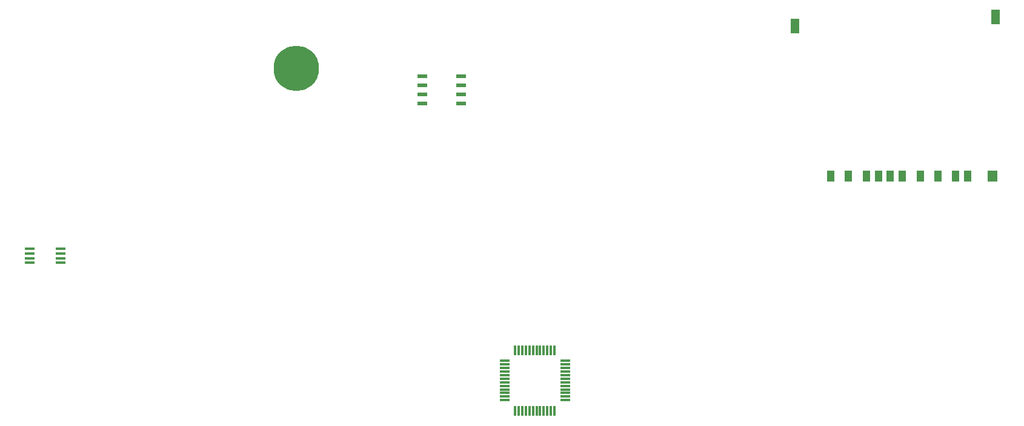
<source format=gbr>
%TF.GenerationSoftware,KiCad,Pcbnew,9.0.5*%
%TF.CreationDate,2025-12-10T02:12:08-06:00*%
%TF.ProjectId,WattMeter,57617474-4d65-4746-9572-2e6b69636164,rev?*%
%TF.SameCoordinates,Original*%
%TF.FileFunction,Paste,Top*%
%TF.FilePolarity,Positive*%
%FSLAX46Y46*%
G04 Gerber Fmt 4.6, Leading zero omitted, Abs format (unit mm)*
G04 Created by KiCad (PCBNEW 9.0.5) date 2025-12-10 02:12:08*
%MOMM*%
%LPD*%
G01*
G04 APERTURE LIST*
%ADD10R,1.000000X1.500000*%
%ADD11R,1.450000X1.500000*%
%ADD12R,1.200000X2.000000*%
%ADD13R,1.400000X0.450000*%
%ADD14R,1.450000X0.300000*%
%ADD15R,0.300000X1.450000*%
%ADD16R,1.460500X0.533400*%
%ADD17C,6.350000*%
G04 APERTURE END LIST*
D10*
%TO.C,J3*%
X195020000Y-62720000D03*
X197520000Y-62720000D03*
X200870000Y-62720000D03*
X202520000Y-62720000D03*
X205020000Y-62720000D03*
X207520000Y-62720000D03*
X209950000Y-62720000D03*
X211650000Y-62720000D03*
X192520000Y-62720000D03*
X199220000Y-62720000D03*
D11*
X215100000Y-62720000D03*
D12*
X187520000Y-41710000D03*
X215520000Y-40510000D03*
%TD*%
D13*
%TO.C,IC2*%
X80560000Y-72925000D03*
X80560000Y-73575000D03*
X80560000Y-74225000D03*
X80560000Y-74875000D03*
X84960000Y-74875000D03*
X84960000Y-74225000D03*
X84960000Y-73575000D03*
X84960000Y-72925000D03*
%TD*%
D14*
%TO.C,IC1*%
X146955000Y-88585000D03*
X146955000Y-89085000D03*
X146955000Y-89585000D03*
X146955000Y-90085000D03*
X146955000Y-90585000D03*
X146955000Y-91085000D03*
X146955000Y-91585000D03*
X146955000Y-92085000D03*
X146955000Y-92585000D03*
X146955000Y-93085000D03*
X146955000Y-93585000D03*
X146955000Y-94085000D03*
D15*
X148430000Y-95560000D03*
X148930000Y-95560000D03*
X149430000Y-95560000D03*
X149930000Y-95560000D03*
X150430000Y-95560000D03*
X150930000Y-95560000D03*
X151430000Y-95560000D03*
X151930000Y-95560000D03*
X152430000Y-95560000D03*
X152930000Y-95560000D03*
X153430000Y-95560000D03*
X153930000Y-95560000D03*
D14*
X155405000Y-94085000D03*
X155405000Y-93585000D03*
X155405000Y-93085000D03*
X155405000Y-92585000D03*
X155405000Y-92085000D03*
X155405000Y-91585000D03*
X155405000Y-91085000D03*
X155405000Y-90585000D03*
X155405000Y-90085000D03*
X155405000Y-89585000D03*
X155405000Y-89085000D03*
X155405000Y-88585000D03*
D15*
X153930000Y-87110000D03*
X153430000Y-87110000D03*
X152930000Y-87110000D03*
X152430000Y-87110000D03*
X151930000Y-87110000D03*
X151430000Y-87110000D03*
X150930000Y-87110000D03*
X150430000Y-87110000D03*
X149930000Y-87110000D03*
X149430000Y-87110000D03*
X148930000Y-87110000D03*
X148430000Y-87110000D03*
%TD*%
D16*
%TO.C,U3*%
X135425850Y-48765000D03*
X135425850Y-50035000D03*
X135425850Y-51305000D03*
X135425850Y-52575000D03*
X140874150Y-52575000D03*
X140874150Y-51305000D03*
X140874150Y-50035000D03*
X140874150Y-48765000D03*
%TD*%
D17*
%TO.C,BT1*%
X117875000Y-47690000D03*
%TD*%
M02*

</source>
